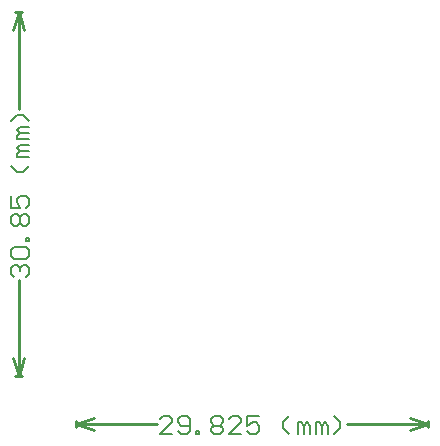
<source format=gts>
*
%LPD*%
%LNVIPer01-buck.GTS*%
%FSLAX24Y24*%
%MOIN*%
%AD*%
%ADD10C,0.009843*%
%ADD11C,0.005906*%
G54D10*
%SRX1Y1I0.0J0.0*%
G1X91720Y87441D2*
G1X91921Y87441D1*
G1X91720Y75295D2*
G1X91921Y75295D1*
G1X91823Y87441D2*
G1X92020Y86839D1*
G1X91622Y86839D2*
G1X91823Y87441D1*
G1X91823Y75295D2*
G1X92020Y75894D1*
G1X91622Y75894D2*
G1X91823Y75295D1*
G1X91823Y84224D2*
G1X91823Y87441D1*
G1X91823Y75295D2*
G1X91823Y78508D1*
G1X105472Y73618D2*
G1X105472Y73819D1*
G1X93732Y73618D2*
G1X93732Y73819D1*
G1X104874Y73520D2*
G1X105472Y73720D1*
G1X104874Y73917D2*
G1X105472Y73720D1*
G1X93732Y73720D2*
G1X94331Y73520D1*
G1X93732Y73720D2*
G1X94331Y73917D1*
G1X102760Y73720D2*
G1X105472Y73720D1*
G1X93732Y73720D2*
G1X96441Y73720D1*
G1X91681Y78606D2*
G54D11*
G1X91583Y78709D1*
G1X91583Y78909D1*
G1X91681Y79008D1*
G1X91780Y79008D1*
G1X91882Y78909D1*
G1X91882Y78807D1*
G1X91882Y78909D1*
G1X91980Y79008D1*
G1X92083Y79008D1*
G1X92181Y78909D1*
G1X92181Y78709D1*
G1X92083Y78606D1*
G1X91681Y79209D2*
G1X91583Y79307D1*
G1X91583Y79508D1*
G1X91681Y79606D1*
G1X92083Y79606D1*
G1X92181Y79508D1*
G1X92181Y79307D1*
G1X92083Y79209D1*
G1X91681Y79209D1*
G1X92181Y79807D2*
G1X92083Y79807D1*
G1X92083Y79906D1*
G1X92181Y79906D1*
G1X92181Y79807D1*
G1X91681Y80307D2*
G1X91583Y80406D1*
G1X91583Y80606D1*
G1X91681Y80709D1*
G1X91780Y80709D1*
G1X91882Y80606D1*
G1X91980Y80709D1*
G1X92083Y80709D1*
G1X92181Y80606D1*
G1X92181Y80406D1*
G1X92083Y80307D1*
G1X91980Y80307D1*
G1X91882Y80406D1*
G1X91780Y80307D1*
G1X91681Y80307D1*
G1X91882Y80406D2*
G1X91882Y80606D1*
G1X91583Y81307D2*
G1X91583Y80906D1*
G1X91882Y80906D1*
G1X91780Y81106D1*
G1X91780Y81209D1*
G1X91882Y81307D1*
G1X92083Y81307D1*
G1X92181Y81209D1*
G1X92181Y81008D1*
G1X92083Y80906D1*
G1X92181Y82307D2*
G1X91980Y82106D1*
G1X91780Y82106D1*
G1X91583Y82307D1*
G1X92181Y82606D2*
G1X91780Y82606D1*
G1X91780Y82705D1*
G1X91882Y82807D1*
G1X92181Y82807D1*
G1X91882Y82807D1*
G1X91780Y82906D1*
G1X91882Y83008D1*
G1X92181Y83008D1*
G1X92181Y83205D2*
G1X91780Y83205D1*
G1X91780Y83307D1*
G1X91882Y83406D1*
G1X92181Y83406D1*
G1X91882Y83406D1*
G1X91780Y83508D1*
G1X91882Y83606D1*
G1X92181Y83606D1*
G1X92181Y83807D2*
G1X91980Y84008D1*
G1X91780Y84008D1*
G1X91583Y83807D1*
G1X96941Y73358D2*
G1X96543Y73358D1*
G1X96941Y73760D1*
G1X96941Y73858D1*
G1X96843Y73961D1*
G1X96642Y73961D1*
G1X96543Y73858D1*
G1X97142Y73461D2*
G1X97244Y73358D1*
G1X97441Y73358D1*
G1X97543Y73461D1*
G1X97543Y73858D1*
G1X97441Y73961D1*
G1X97244Y73961D1*
G1X97142Y73858D1*
G1X97142Y73760D1*
G1X97244Y73657D1*
G1X97543Y73657D1*
G1X97744Y73358D2*
G1X97744Y73461D1*
G1X97843Y73461D1*
G1X97843Y73358D1*
G1X97744Y73358D1*
G1X98240Y73858D2*
G1X98343Y73961D1*
G1X98543Y73961D1*
G1X98642Y73858D1*
G1X98642Y73760D1*
G1X98543Y73657D1*
G1X98642Y73559D1*
G1X98642Y73461D1*
G1X98543Y73358D1*
G1X98343Y73358D1*
G1X98240Y73461D1*
G1X98240Y73559D1*
G1X98343Y73657D1*
G1X98240Y73760D1*
G1X98240Y73858D1*
G1X98343Y73657D2*
G1X98543Y73657D1*
G1X99240Y73358D2*
G1X98843Y73358D1*
G1X99240Y73760D1*
G1X99240Y73858D1*
G1X99142Y73961D1*
G1X98941Y73961D1*
G1X98843Y73858D1*
G1X99843Y73961D2*
G1X99441Y73961D1*
G1X99441Y73657D1*
G1X99642Y73760D1*
G1X99740Y73760D1*
G1X99843Y73657D1*
G1X99843Y73461D1*
G1X99740Y73358D1*
G1X99543Y73358D1*
G1X99441Y73461D1*
G1X100843Y73358D2*
G1X100642Y73559D1*
G1X100642Y73760D1*
G1X100843Y73961D1*
G1X101142Y73358D2*
G1X101142Y73760D1*
G1X101240Y73760D1*
G1X101343Y73657D1*
G1X101343Y73358D1*
G1X101343Y73657D1*
G1X101441Y73760D1*
G1X101539Y73657D1*
G1X101539Y73358D1*
G1X101740Y73358D2*
G1X101740Y73760D1*
G1X101843Y73760D1*
G1X101941Y73657D1*
G1X101941Y73358D1*
G1X101941Y73657D1*
G1X102039Y73760D1*
G1X102142Y73657D1*
G1X102142Y73358D1*
G1X102343Y73358D2*
G1X102539Y73559D1*
G1X102539Y73760D1*
G1X102343Y73961D1*
M2*

</source>
